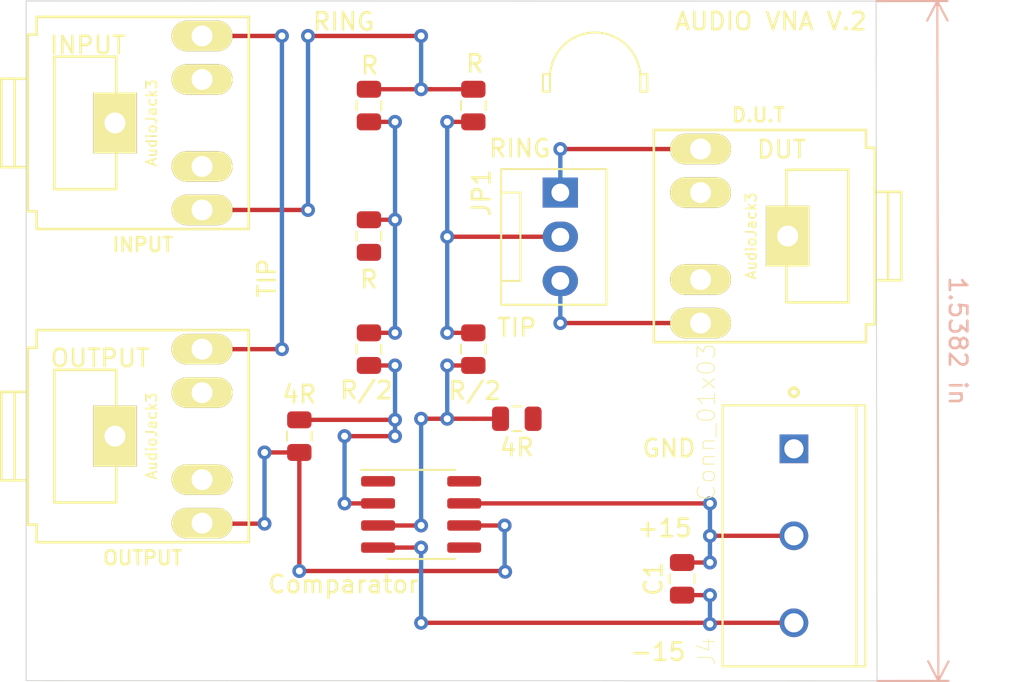
<source format=kicad_pcb>
(kicad_pcb (version 20171130) (host pcbnew 5.1.2-f72e74a~84~ubuntu18.04.1)

  (general
    (thickness 1.6)
    (drawings 28)
    (tracks 102)
    (zones 0)
    (modules 14)
    (nets 16)
  )

  (page A4)
  (title_block
    (title "AudioVNA PCB")
    (date 2019-05-16)
    (rev "CAT V.2")
    (company "Walla Walla University ")
    (comment 1 "Christian Angelo Cudiamat Terrado")
  )

  (layers
    (0 F.Cu signal)
    (31 B.Cu signal)
    (32 B.Adhes user)
    (33 F.Adhes user)
    (34 B.Paste user)
    (35 F.Paste user)
    (36 B.SilkS user)
    (37 F.SilkS user)
    (38 B.Mask user)
    (39 F.Mask user)
    (40 Dwgs.User user)
    (41 Cmts.User user)
    (42 Eco1.User user)
    (43 Eco2.User user)
    (44 Edge.Cuts user)
    (45 Margin user)
    (46 B.CrtYd user)
    (47 F.CrtYd user)
    (48 B.Fab user)
    (49 F.Fab user)
  )

  (setup
    (last_trace_width 0.25)
    (trace_clearance 0.2)
    (zone_clearance 0.508)
    (zone_45_only no)
    (trace_min 0.2)
    (via_size 0.8)
    (via_drill 0.4)
    (via_min_size 0.4)
    (via_min_drill 0.3)
    (uvia_size 0.3)
    (uvia_drill 0.1)
    (uvias_allowed no)
    (uvia_min_size 0.2)
    (uvia_min_drill 0.1)
    (edge_width 0.05)
    (segment_width 0.2)
    (pcb_text_width 0.3)
    (pcb_text_size 1.5 1.5)
    (mod_edge_width 0.12)
    (mod_text_size 1 1)
    (mod_text_width 0.15)
    (pad_size 0.975 1.4)
    (pad_drill 0)
    (pad_to_mask_clearance 0.051)
    (solder_mask_min_width 0.25)
    (pad_to_paste_clearance -0.7)
    (aux_axis_origin 0 0)
    (visible_elements FFFFFF7F)
    (pcbplotparams
      (layerselection 0x010fc_ffffffff)
      (usegerberextensions false)
      (usegerberattributes false)
      (usegerberadvancedattributes false)
      (creategerberjobfile false)
      (excludeedgelayer true)
      (linewidth 0.100000)
      (plotframeref false)
      (viasonmask false)
      (mode 1)
      (useauxorigin false)
      (hpglpennumber 1)
      (hpglpenspeed 20)
      (hpglpendiameter 15.000000)
      (psnegative false)
      (psa4output false)
      (plotreference true)
      (plotvalue true)
      (plotinvisibletext false)
      (padsonsilk false)
      (subtractmaskfromsilk false)
      (outputformat 1)
      (mirror false)
      (drillshape 0)
      (scaleselection 1)
      (outputdirectory "GerbersDirectoryV2"))
  )

  (net 0 "")
  (net 1 -15V)
  (net 2 +15V)
  (net 3 GND)
  (net 4 "Net-(R1-Pad1)")
  (net 5 "Net-(R2-Pad2)")
  (net 6 "Net-(R6-Pad2)")
  (net 7 "Net-(J1-Pad3)")
  (net 8 "Net-(J1-Pad2)")
  (net 9 "Net-(J2-Pad3)")
  (net 10 "Net-(J3-Pad3)")
  (net 11 "Net-(J3-Pad2)")
  (net 12 "Net-(JP1-Pad2)")
  (net 13 "Net-(U1-Pad8)")
  (net 14 "Net-(U1-Pad5)")
  (net 15 "Net-(U1-Pad1)")

  (net_class Default "This is the default net class."
    (clearance 0.2)
    (trace_width 0.25)
    (via_dia 0.8)
    (via_drill 0.4)
    (uvia_dia 0.3)
    (uvia_drill 0.1)
    (add_net +15V)
    (add_net -15V)
    (add_net GND)
    (add_net "Net-(J1-Pad2)")
    (add_net "Net-(J1-Pad3)")
    (add_net "Net-(J2-Pad3)")
    (add_net "Net-(J3-Pad2)")
    (add_net "Net-(J3-Pad3)")
    (add_net "Net-(JP1-Pad2)")
    (add_net "Net-(R1-Pad1)")
    (add_net "Net-(R2-Pad2)")
    (add_net "Net-(R6-Pad2)")
    (add_net "Net-(U1-Pad1)")
    (add_net "Net-(U1-Pad5)")
    (add_net "Net-(U1-Pad8)")
  )

  (module 3.5mmStereo:Tayda_3.5mm_stereo_TRS_jack_A-853 (layer F.Cu) (tedit 56D1364A) (tstamp 5CDE3A7F)
    (at 34 32 90)
    (path /5CE92B9C)
    (fp_text reference INPUT (at -7 0 180) (layer F.SilkS)
      (effects (font (size 0.8 0.8) (thickness 0.15)))
    )
    (fp_text value AudioJack3 (at 0 0.508 90) (layer F.SilkS)
      (effects (font (size 0.6 0.6) (thickness 0.1)))
    )
    (fp_line (start 6.096 6.096) (end -6.096 6.096) (layer F.SilkS) (width 0.15))
    (fp_line (start 6.096 -6.096) (end 6.096 6.096) (layer F.SilkS) (width 0.15))
    (fp_line (start -6.096 6.096) (end -6.096 -6.096) (layer F.SilkS) (width 0.15))
    (fp_line (start -2.54 -8.128) (end 2.54 -8.128) (layer F.SilkS) (width 0.15))
    (fp_line (start 5.08 -6.604) (end 5.08 -6.096) (layer F.SilkS) (width 0.15))
    (fp_line (start -5.08 -6.604) (end 5.08 -6.604) (layer F.SilkS) (width 0.15))
    (fp_line (start -5.08 -6.35) (end -5.08 -6.604) (layer F.SilkS) (width 0.15))
    (fp_line (start -5.08 -6.096) (end -5.08 -6.35) (layer F.SilkS) (width 0.15))
    (fp_line (start -2.54 -7.366) (end 2.54 -7.366) (layer F.SilkS) (width 0.15))
    (fp_line (start 2.54 -6.604) (end 2.54 -8.128) (layer F.SilkS) (width 0.15))
    (fp_line (start -2.54 -8.128) (end -2.54 -6.604) (layer F.SilkS) (width 0.15))
    (fp_line (start 6.096 -6.096) (end 5.08 -6.096) (layer F.SilkS) (width 0.15))
    (fp_line (start -5.08 -6.096) (end -6.096 -6.096) (layer F.SilkS) (width 0.15))
    (fp_line (start 3.81 -1.524) (end 1.778 -1.524) (layer F.SilkS) (width 0.15))
    (fp_line (start 3.81 -5.08) (end 3.81 -1.524) (layer F.SilkS) (width 0.15))
    (fp_line (start -3.81 -5.08) (end 3.81 -5.08) (layer F.SilkS) (width 0.15))
    (fp_line (start -3.81 -1.524) (end -3.81 -5.08) (layer F.SilkS) (width 0.15))
    (fp_line (start -1.778 -1.524) (end -3.81 -1.524) (layer F.SilkS) (width 0.15))
    (pad 5 thru_hole oval (at -2.5 3.41 90) (size 1.75 3.5) (drill 1.2) (layers *.Cu *.Mask F.SilkS))
    (pad 4 thru_hole oval (at 2.5 3.41 90) (size 1.75 3.5) (drill 1.2) (layers *.Cu *.Mask F.SilkS))
    (pad 3 thru_hole oval (at -5 3.41 90) (size 1.75 3.5) (drill 1.2) (layers *.Cu *.Mask F.SilkS)
      (net 9 "Net-(J2-Pad3)"))
    (pad 2 thru_hole oval (at 5 3.41 90) (size 1.75 3.5) (drill 1.2) (layers *.Cu *.Mask F.SilkS)
      (net 8 "Net-(J1-Pad2)"))
    (pad 1 thru_hole rect (at 0 -1.596 90) (size 3.5 2.5) (drill 1.2) (layers *.Cu *.Mask F.SilkS)
      (net 3 GND))
  )

  (module Package_SO:SOIC-8_3.9x4.9mm_P1.27mm (layer F.Cu) (tedit 5C97300E) (tstamp 5CDE3B86)
    (at 50 54.5)
    (descr "SOIC, 8 Pin (JEDEC MS-012AA, https://www.analog.com/media/en/package-pcb-resources/package/pkg_pdf/soic_narrow-r/r_8.pdf), generated with kicad-footprint-generator ipc_gullwing_generator.py")
    (tags "SOIC SO")
    (path /5CE42D31)
    (attr smd)
    (fp_text reference Comparator (at -4.46 4.01) (layer F.SilkS)
      (effects (font (size 1 1) (thickness 0.15)))
    )
    (fp_text value TL071 (at 0 4.174) (layer F.Fab)
      (effects (font (size 1 1) (thickness 0.15)))
    )
    (fp_text user %R (at 0 0) (layer F.Fab)
      (effects (font (size 0.98 0.98) (thickness 0.15)))
    )
    (fp_line (start 3.7 -2.7) (end -3.7 -2.7) (layer F.CrtYd) (width 0.05))
    (fp_line (start 3.7 2.7) (end 3.7 -2.7) (layer F.CrtYd) (width 0.05))
    (fp_line (start -3.7 2.7) (end 3.7 2.7) (layer F.CrtYd) (width 0.05))
    (fp_line (start -3.7 -2.7) (end -3.7 2.7) (layer F.CrtYd) (width 0.05))
    (fp_line (start -1.95 -1.475) (end -0.975 -2.45) (layer F.Fab) (width 0.1))
    (fp_line (start -1.95 2.45) (end -1.95 -1.475) (layer F.Fab) (width 0.1))
    (fp_line (start 1.95 2.45) (end -1.95 2.45) (layer F.Fab) (width 0.1))
    (fp_line (start 1.95 -2.45) (end 1.95 2.45) (layer F.Fab) (width 0.1))
    (fp_line (start -0.975 -2.45) (end 1.95 -2.45) (layer F.Fab) (width 0.1))
    (fp_line (start 0 -2.56) (end -3.45 -2.56) (layer F.SilkS) (width 0.12))
    (fp_line (start 0 -2.56) (end 1.95 -2.56) (layer F.SilkS) (width 0.12))
    (fp_line (start 0 2.56) (end -1.95 2.56) (layer F.SilkS) (width 0.12))
    (fp_line (start 0 2.56) (end 1.95 2.56) (layer F.SilkS) (width 0.12))
    (pad 8 smd roundrect (at 2.475 -1.905) (size 1.95 0.6) (layers F.Cu F.Paste F.Mask) (roundrect_rratio 0.25)
      (net 13 "Net-(U1-Pad8)"))
    (pad 7 smd roundrect (at 2.475 -0.635) (size 1.95 0.6) (layers F.Cu F.Paste F.Mask) (roundrect_rratio 0.25)
      (net 2 +15V))
    (pad 6 smd roundrect (at 2.475 0.635) (size 1.95 0.6) (layers F.Cu F.Paste F.Mask) (roundrect_rratio 0.25)
      (net 7 "Net-(J1-Pad3)"))
    (pad 5 smd roundrect (at 2.475 1.905) (size 1.95 0.6) (layers F.Cu F.Paste F.Mask) (roundrect_rratio 0.25)
      (net 14 "Net-(U1-Pad5)"))
    (pad 4 smd roundrect (at -2.475 1.905) (size 1.95 0.6) (layers F.Cu F.Paste F.Mask) (roundrect_rratio 0.25)
      (net 1 -15V))
    (pad 3 smd roundrect (at -2.475 0.635) (size 1.95 0.6) (layers F.Cu F.Paste F.Mask) (roundrect_rratio 0.25)
      (net 6 "Net-(R6-Pad2)"))
    (pad 2 smd roundrect (at -2.475 -0.635) (size 1.95 0.6) (layers F.Cu F.Paste F.Mask) (roundrect_rratio 0.25)
      (net 4 "Net-(R1-Pad1)"))
    (pad 1 smd roundrect (at -2.475 -1.905) (size 1.95 0.6) (layers F.Cu F.Paste F.Mask) (roundrect_rratio 0.25)
      (net 15 "Net-(U1-Pad1)"))
    (model ${KISYS3DMOD}/Package_SO.3dshapes/SOIC-8_3.9x4.9mm_P1.27mm.wrl
      (at (xyz 0 0 0))
      (scale (xyz 1 1 1))
      (rotate (xyz 0 0 0))
    )
  )

  (module Connector:FanPinHeader_1x03_P2.54mm_Vertical (layer F.Cu) (tedit 5A19DCDF) (tstamp 5CDD643E)
    (at 58 36 270)
    (descr "3-pin CPU fan Through hole pin header, see http://www.formfactors.org/developer%5Cspecs%5Crev1_2_public.pdf")
    (tags "pin header 3-pin CPU fan")
    (path /5CDBD759)
    (fp_text reference JP1 (at 0.02 4.53 90) (layer F.SilkS)
      (effects (font (size 1 1) (thickness 0.15)))
    )
    (fp_text value Jumper_3_Bridged12 (at 10.1264 -5.0428 180) (layer F.Fab)
      (effects (font (size 1 1) (thickness 0.15)))
    )
    (fp_line (start 6.85 -3.05) (end 6.85 3.8) (layer F.CrtYd) (width 0.05))
    (fp_line (start 6.85 -3.05) (end -1.75 -3.05) (layer F.CrtYd) (width 0.05))
    (fp_line (start -1.75 3.8) (end 6.85 3.8) (layer F.CrtYd) (width 0.05))
    (fp_line (start -1.75 3.8) (end -1.75 -3.05) (layer F.CrtYd) (width 0.05))
    (fp_line (start 5.08 2.29) (end 5.08 3.3) (layer F.SilkS) (width 0.12))
    (fp_line (start 0 2.29) (end 5.08 2.29) (layer F.SilkS) (width 0.12))
    (fp_line (start 0 3.3) (end 0 2.29) (layer F.SilkS) (width 0.12))
    (fp_line (start 6.35 3.3) (end -1.25 3.3) (layer F.Fab) (width 0.1))
    (fp_line (start 6.35 -2.55) (end 6.35 3.3) (layer F.Fab) (width 0.1))
    (fp_line (start -1.25 -2.55) (end 6.35 -2.55) (layer F.Fab) (width 0.1))
    (fp_line (start -1.25 3.3) (end -1.25 -2.55) (layer F.Fab) (width 0.1))
    (fp_line (start 0 2.3) (end 0 3.3) (layer F.Fab) (width 0.1))
    (fp_line (start 5.05 2.3) (end 0 2.3) (layer F.Fab) (width 0.1))
    (fp_line (start 5.05 3.3) (end 5.05 2.3) (layer F.Fab) (width 0.1))
    (fp_line (start 6.45 3.4) (end -1.35 3.4) (layer F.SilkS) (width 0.12))
    (fp_line (start 6.45 -2.65) (end 6.45 3.4) (layer F.SilkS) (width 0.12))
    (fp_line (start -1.35 -2.65) (end 6.45 -2.65) (layer F.SilkS) (width 0.12))
    (fp_line (start -1.35 3.4) (end -1.35 -2.65) (layer F.SilkS) (width 0.12))
    (fp_text user %R (at 2.45 1.8 90) (layer F.Fab)
      (effects (font (size 1 1) (thickness 0.15)))
    )
    (pad 3 thru_hole oval (at 5.08 0) (size 2.03 1.73) (drill 1.02) (layers *.Cu *.Mask)
      (net 11 "Net-(J3-Pad2)"))
    (pad 2 thru_hole oval (at 2.54 0) (size 2.03 1.73) (drill 1.02) (layers *.Cu *.Mask)
      (net 12 "Net-(JP1-Pad2)"))
    (pad 1 thru_hole rect (at 0 0) (size 2.03 1.73) (drill 1.02) (layers *.Cu *.Mask)
      (net 10 "Net-(J3-Pad3)"))
    (model ${KISYS3DMOD}/Connector.3dshapes/FanPinHeader_1x03_P2.54mm_Vertical.wrl
      (at (xyz 0 0 0))
      (scale (xyz 1 1 1))
      (rotate (xyz 0 0 0))
    )
  )

  (module 282836-3:TE_282836-3 (layer F.Cu) (tedit 0) (tstamp 5CDE3AB3)
    (at 71.4248 55.7276 270)
    (path /5CE0CC52)
    (fp_text reference J4 (at 6.6548 5.0292 90) (layer F.SilkS)
      (effects (font (size 1.00159 1.00159) (thickness 0.05)))
    )
    (fp_text value Conn_01x03 (at -6.5276 5.0248 90) (layer F.SilkS)
      (effects (font (size 1.00166 1.00166) (thickness 0.05)))
    )
    (fp_circle (center -8.25 0) (end -8 0) (layer Eco2.User) (width 0.2032))
    (fp_line (start -7.5 -3.6) (end 7.5 -3.6) (layer Eco2.User) (width 0.127))
    (fp_line (start -7.5 4.1) (end -7.5 -4.1) (layer Eco2.User) (width 0.127))
    (fp_line (start 7.5 4.1) (end -7.5 4.1) (layer Eco2.User) (width 0.127))
    (fp_line (start 7.5 -3.6) (end 7.5 4.1) (layer Eco2.User) (width 0.127))
    (fp_line (start 7.5 -4.1) (end 7.5 -3.6) (layer Eco2.User) (width 0.127))
    (fp_line (start -7.5 -4.1) (end 7.5 -4.1) (layer Eco2.User) (width 0.127))
    (fp_circle (center -8.25 0) (end -8 0) (layer F.SilkS) (width 0.2032))
    (fp_line (start -7.75 4.35) (end -7.75 -4.35) (layer Eco1.User) (width 0.05))
    (fp_line (start 7.75 4.35) (end -7.75 4.35) (layer Eco1.User) (width 0.05))
    (fp_line (start 7.75 -4.35) (end 7.75 4.35) (layer Eco1.User) (width 0.05))
    (fp_line (start -7.75 -4.35) (end 7.75 -4.35) (layer Eco1.User) (width 0.05))
    (fp_line (start -7.5 -3.6) (end 7.5 -3.6) (layer F.SilkS) (width 0.127))
    (fp_line (start -7.5 4.1) (end -7.5 -4.1) (layer F.SilkS) (width 0.127))
    (fp_line (start 7.5 4.1) (end -7.5 4.1) (layer F.SilkS) (width 0.127))
    (fp_line (start 7.5 -3.6) (end 7.5 4.1) (layer F.SilkS) (width 0.127))
    (fp_line (start 7.5 -4.1) (end 7.5 -3.6) (layer F.SilkS) (width 0.127))
    (fp_line (start -7.5 -4.1) (end 7.5 -4.1) (layer F.SilkS) (width 0.127))
    (pad 3 thru_hole circle (at 5 0 270) (size 1.65 1.65) (drill 1.1) (layers *.Cu *.Mask)
      (net 1 -15V))
    (pad 2 thru_hole circle (at 0 0 270) (size 1.65 1.65) (drill 1.1) (layers *.Cu *.Mask)
      (net 2 +15V))
    (pad 1 thru_hole rect (at -5 0 270) (size 1.65 1.65) (drill 1.1) (layers *.Cu *.Mask)
      (net 3 GND))
  )

  (module 3.5mmStereo:Tayda_3.5mm_stereo_TRS_jack_A-853 (layer F.Cu) (tedit 56D1364A) (tstamp 5CEF4100)
    (at 69.47 38.5 270)
    (path /5CE96ECF)
    (fp_text reference D.U.T (at -6.9532 0.0884 180) (layer F.SilkS)
      (effects (font (size 0.8 0.8) (thickness 0.15)))
    )
    (fp_text value AudioJack3 (at 0 0.508 90) (layer F.SilkS)
      (effects (font (size 0.6 0.6) (thickness 0.1)))
    )
    (fp_line (start 6.096 6.096) (end -6.096 6.096) (layer F.SilkS) (width 0.15))
    (fp_line (start 6.096 -6.096) (end 6.096 6.096) (layer F.SilkS) (width 0.15))
    (fp_line (start -6.096 6.096) (end -6.096 -6.096) (layer F.SilkS) (width 0.15))
    (fp_line (start -2.54 -8.128) (end 2.54 -8.128) (layer F.SilkS) (width 0.15))
    (fp_line (start 5.08 -6.604) (end 5.08 -6.096) (layer F.SilkS) (width 0.15))
    (fp_line (start -5.08 -6.604) (end 5.08 -6.604) (layer F.SilkS) (width 0.15))
    (fp_line (start -5.08 -6.35) (end -5.08 -6.604) (layer F.SilkS) (width 0.15))
    (fp_line (start -5.08 -6.096) (end -5.08 -6.35) (layer F.SilkS) (width 0.15))
    (fp_line (start -2.54 -7.366) (end 2.54 -7.366) (layer F.SilkS) (width 0.15))
    (fp_line (start 2.54 -6.604) (end 2.54 -8.128) (layer F.SilkS) (width 0.15))
    (fp_line (start -2.54 -8.128) (end -2.54 -6.604) (layer F.SilkS) (width 0.15))
    (fp_line (start 6.096 -6.096) (end 5.08 -6.096) (layer F.SilkS) (width 0.15))
    (fp_line (start -5.08 -6.096) (end -6.096 -6.096) (layer F.SilkS) (width 0.15))
    (fp_line (start 3.81 -1.524) (end 1.778 -1.524) (layer F.SilkS) (width 0.15))
    (fp_line (start 3.81 -5.08) (end 3.81 -1.524) (layer F.SilkS) (width 0.15))
    (fp_line (start -3.81 -5.08) (end 3.81 -5.08) (layer F.SilkS) (width 0.15))
    (fp_line (start -3.81 -1.524) (end -3.81 -5.08) (layer F.SilkS) (width 0.15))
    (fp_line (start -1.778 -1.524) (end -3.81 -1.524) (layer F.SilkS) (width 0.15))
    (pad 5 thru_hole oval (at -2.5 3.41 270) (size 1.75 3.5) (drill 1.2) (layers *.Cu *.Mask F.SilkS))
    (pad 4 thru_hole oval (at 2.5 3.41 270) (size 1.75 3.5) (drill 1.2) (layers *.Cu *.Mask F.SilkS))
    (pad 3 thru_hole oval (at -5 3.41 270) (size 1.75 3.5) (drill 1.2) (layers *.Cu *.Mask F.SilkS)
      (net 10 "Net-(J3-Pad3)"))
    (pad 2 thru_hole oval (at 5 3.41 270) (size 1.75 3.5) (drill 1.2) (layers *.Cu *.Mask F.SilkS)
      (net 11 "Net-(J3-Pad2)"))
    (pad 1 thru_hole rect (at 0 -1.596 270) (size 3.5 2.5) (drill 1.2) (layers *.Cu *.Mask F.SilkS)
      (net 3 GND))
  )

  (module 3.5mmStereo:Tayda_3.5mm_stereo_TRS_jack_A-853 (layer F.Cu) (tedit 56D1364A) (tstamp 5CDEDDBE)
    (at 34 50 90)
    (path /5CE96984)
    (fp_text reference OUTPUT (at -7 0 180) (layer F.SilkS)
      (effects (font (size 0.8 0.8) (thickness 0.15)))
    )
    (fp_text value AudioJack3 (at 0 0.508 90) (layer F.SilkS)
      (effects (font (size 0.6 0.6) (thickness 0.1)))
    )
    (fp_line (start 6.096 6.096) (end -6.096 6.096) (layer F.SilkS) (width 0.15))
    (fp_line (start 6.096 -6.096) (end 6.096 6.096) (layer F.SilkS) (width 0.15))
    (fp_line (start -6.096 6.096) (end -6.096 -6.096) (layer F.SilkS) (width 0.15))
    (fp_line (start -2.54 -8.128) (end 2.54 -8.128) (layer F.SilkS) (width 0.15))
    (fp_line (start 5.08 -6.604) (end 5.08 -6.096) (layer F.SilkS) (width 0.15))
    (fp_line (start -5.08 -6.604) (end 5.08 -6.604) (layer F.SilkS) (width 0.15))
    (fp_line (start -5.08 -6.35) (end -5.08 -6.604) (layer F.SilkS) (width 0.15))
    (fp_line (start -5.08 -6.096) (end -5.08 -6.35) (layer F.SilkS) (width 0.15))
    (fp_line (start -2.54 -7.366) (end 2.54 -7.366) (layer F.SilkS) (width 0.15))
    (fp_line (start 2.54 -6.604) (end 2.54 -8.128) (layer F.SilkS) (width 0.15))
    (fp_line (start -2.54 -8.128) (end -2.54 -6.604) (layer F.SilkS) (width 0.15))
    (fp_line (start 6.096 -6.096) (end 5.08 -6.096) (layer F.SilkS) (width 0.15))
    (fp_line (start -5.08 -6.096) (end -6.096 -6.096) (layer F.SilkS) (width 0.15))
    (fp_line (start 3.81 -1.524) (end 1.778 -1.524) (layer F.SilkS) (width 0.15))
    (fp_line (start 3.81 -5.08) (end 3.81 -1.524) (layer F.SilkS) (width 0.15))
    (fp_line (start -3.81 -5.08) (end 3.81 -5.08) (layer F.SilkS) (width 0.15))
    (fp_line (start -3.81 -1.524) (end -3.81 -5.08) (layer F.SilkS) (width 0.15))
    (fp_line (start -1.778 -1.524) (end -3.81 -1.524) (layer F.SilkS) (width 0.15))
    (pad 5 thru_hole oval (at -2.5 3.41 90) (size 1.75 3.5) (drill 1.2) (layers *.Cu *.Mask F.SilkS))
    (pad 4 thru_hole oval (at 2.5 3.41 90) (size 1.75 3.5) (drill 1.2) (layers *.Cu *.Mask F.SilkS))
    (pad 3 thru_hole oval (at -5 3.41 90) (size 1.75 3.5) (drill 1.2) (layers *.Cu *.Mask F.SilkS)
      (net 7 "Net-(J1-Pad3)"))
    (pad 2 thru_hole oval (at 5 3.41 90) (size 1.75 3.5) (drill 1.2) (layers *.Cu *.Mask F.SilkS)
      (net 8 "Net-(J1-Pad2)"))
    (pad 1 thru_hole rect (at 0 -1.596 90) (size 3.5 2.5) (drill 1.2) (layers *.Cu *.Mask F.SilkS)
      (net 3 GND))
  )

  (module Resistor_SMD:R_0805_2012Metric (layer F.Cu) (tedit 5B36C52B) (tstamp 5CDD752B)
    (at 55.5 49 180)
    (descr "Resistor SMD 0805 (2012 Metric), square (rectangular) end terminal, IPC_7351 nominal, (Body size source: https://docs.google.com/spreadsheets/d/1BsfQQcO9C6DZCsRaXUlFlo91Tg2WpOkGARC1WS5S8t0/edit?usp=sharing), generated with kicad-footprint-generator")
    (tags resistor)
    (path /5CD9228E)
    (attr smd)
    (fp_text reference 4R (at 0 -1.65) (layer F.SilkS)
      (effects (font (size 1 1) (thickness 0.15)))
    )
    (fp_text value 4R (at 0 1.65) (layer F.Fab)
      (effects (font (size 1 1) (thickness 0.15)))
    )
    (fp_text user %R (at 0.1768 0.1744) (layer F.Fab)
      (effects (font (size 0.5 0.5) (thickness 0.08)))
    )
    (fp_line (start 1.68 0.95) (end -1.68 0.95) (layer F.CrtYd) (width 0.05))
    (fp_line (start 1.68 -0.95) (end 1.68 0.95) (layer F.CrtYd) (width 0.05))
    (fp_line (start -1.68 -0.95) (end 1.68 -0.95) (layer F.CrtYd) (width 0.05))
    (fp_line (start -1.68 0.95) (end -1.68 -0.95) (layer F.CrtYd) (width 0.05))
    (fp_line (start -0.258578 0.71) (end 0.258578 0.71) (layer F.SilkS) (width 0.12))
    (fp_line (start -0.258578 -0.71) (end 0.258578 -0.71) (layer F.SilkS) (width 0.12))
    (fp_line (start 1 0.6) (end -1 0.6) (layer F.Fab) (width 0.1))
    (fp_line (start 1 -0.6) (end 1 0.6) (layer F.Fab) (width 0.1))
    (fp_line (start -1 -0.6) (end 1 -0.6) (layer F.Fab) (width 0.1))
    (fp_line (start -1 0.6) (end -1 -0.6) (layer F.Fab) (width 0.1))
    (pad 2 smd roundrect (at 0.9375 0 180) (size 0.975 1.4) (layers F.Cu F.Paste F.Mask) (roundrect_rratio 0.25)
      (net 6 "Net-(R6-Pad2)"))
    (pad 1 smd roundrect (at -0.9375 0 180) (size 0.975 1.4) (layers F.Cu F.Paste F.Mask) (roundrect_rratio 0.25)
      (net 3 GND))
    (model ${KISYS3DMOD}/Resistor_SMD.3dshapes/R_0805_2012Metric.wrl
      (at (xyz 0 0 0))
      (scale (xyz 1 1 1))
      (rotate (xyz 0 0 0))
    )
  )

  (module Resistor_SMD:R_0805_2012Metric (layer F.Cu) (tedit 5B36C52B) (tstamp 5CDD5ACF)
    (at 53 31 270)
    (descr "Resistor SMD 0805 (2012 Metric), square (rectangular) end terminal, IPC_7351 nominal, (Body size source: https://docs.google.com/spreadsheets/d/1BsfQQcO9C6DZCsRaXUlFlo91Tg2WpOkGARC1WS5S8t0/edit?usp=sharing), generated with kicad-footprint-generator")
    (tags resistor)
    (path /5CD4C0CF)
    (attr smd)
    (fp_text reference R (at -2.3996 -0.086 180) (layer F.SilkS)
      (effects (font (size 1 1) (thickness 0.15)))
    )
    (fp_text value R (at 0 1.65 90) (layer F.Fab)
      (effects (font (size 1 1) (thickness 0.15)))
    )
    (fp_text user %R (at 0 0 90) (layer F.Fab)
      (effects (font (size 0.5 0.5) (thickness 0.08)))
    )
    (fp_line (start 1.68 0.95) (end -1.68 0.95) (layer F.CrtYd) (width 0.05))
    (fp_line (start 1.68 -0.95) (end 1.68 0.95) (layer F.CrtYd) (width 0.05))
    (fp_line (start -1.68 -0.95) (end 1.68 -0.95) (layer F.CrtYd) (width 0.05))
    (fp_line (start -1.68 0.95) (end -1.68 -0.95) (layer F.CrtYd) (width 0.05))
    (fp_line (start -0.258578 0.71) (end 0.258578 0.71) (layer F.SilkS) (width 0.12))
    (fp_line (start -0.258578 -0.71) (end 0.258578 -0.71) (layer F.SilkS) (width 0.12))
    (fp_line (start 1 0.6) (end -1 0.6) (layer F.Fab) (width 0.1))
    (fp_line (start 1 -0.6) (end 1 0.6) (layer F.Fab) (width 0.1))
    (fp_line (start -1 -0.6) (end 1 -0.6) (layer F.Fab) (width 0.1))
    (fp_line (start -1 0.6) (end -1 -0.6) (layer F.Fab) (width 0.1))
    (pad 2 smd roundrect (at 0.9375 0 270) (size 0.975 1.4) (layers F.Cu F.Paste F.Mask) (roundrect_rratio 0.25)
      (net 12 "Net-(JP1-Pad2)"))
    (pad 1 smd roundrect (at -0.9375 0 270) (size 0.975 1.4) (layers F.Cu F.Paste F.Mask) (roundrect_rratio 0.25)
      (net 9 "Net-(J2-Pad3)"))
    (model ${KISYS3DMOD}/Resistor_SMD.3dshapes/R_0805_2012Metric.wrl
      (at (xyz 0 0 0))
      (scale (xyz 1 1 1))
      (rotate (xyz 0 0 0))
    )
  )

  (module Resistor_SMD:R_0805_2012Metric (layer F.Cu) (tedit 5CDD0BC4) (tstamp 5CEF4340)
    (at 53 45 270)
    (descr "Resistor SMD 0805 (2012 Metric), square (rectangular) end terminal, IPC_7351 nominal, (Body size source: https://docs.google.com/spreadsheets/d/1BsfQQcO9C6DZCsRaXUlFlo91Tg2WpOkGARC1WS5S8t0/edit?usp=sharing), generated with kicad-footprint-generator")
    (tags resistor)
    (path /5CD5521B)
    (attr smd)
    (fp_text reference R/2 (at 2.4 -0.08 180) (layer F.SilkS)
      (effects (font (size 1 1) (thickness 0.15)))
    )
    (fp_text value R/2 (at 0 1.65 90) (layer F.Fab)
      (effects (font (size 1 1) (thickness 0.15)))
    )
    (fp_text user %R (at 0 0 90) (layer F.Fab)
      (effects (font (size 0.5 0.5) (thickness 0.08)))
    )
    (fp_line (start 1.68 0.95) (end -1.68 0.95) (layer F.CrtYd) (width 0.05))
    (fp_line (start 1.68 -0.95) (end 1.68 0.95) (layer F.CrtYd) (width 0.05))
    (fp_line (start -1.68 -0.95) (end 1.68 -0.95) (layer F.CrtYd) (width 0.05))
    (fp_line (start -1.68 0.95) (end -1.68 -0.95) (layer F.CrtYd) (width 0.05))
    (fp_line (start -0.258578 0.71) (end 0.258578 0.71) (layer F.SilkS) (width 0.12))
    (fp_line (start -0.258578 -0.71) (end 0.258578 -0.71) (layer F.SilkS) (width 0.12))
    (fp_line (start 1 0.6) (end -1 0.6) (layer F.Fab) (width 0.1))
    (fp_line (start 1 -0.6) (end 1 0.6) (layer F.Fab) (width 0.1))
    (fp_line (start -1 -0.6) (end 1 -0.6) (layer F.Fab) (width 0.1))
    (fp_line (start -1 0.6) (end -1 -0.6) (layer F.Fab) (width 0.1))
    (pad 2 smd roundrect (at 0.9375 0 270) (size 0.975 1.4) (layers F.Cu F.Paste F.Mask) (roundrect_rratio 0.25)
      (net 6 "Net-(R6-Pad2)"))
    (pad 1 smd roundrect (at -0.9375 0 270) (size 0.975 1.4) (layers F.Cu F.Paste F.Mask) (roundrect_rratio 0.25)
      (net 12 "Net-(JP1-Pad2)"))
    (model ${KISYS3DMOD}/Resistor_SMD.3dshapes/R_0805_2012Metric.wrl
      (at (xyz 0 0 0))
      (scale (xyz 1 1 1))
      (rotate (xyz 0 0 0))
    )
  )

  (module Resistor_SMD:R_0805_2012Metric (layer F.Cu) (tedit 5B36C52B) (tstamp 5CDD69CB)
    (at 47 45 270)
    (descr "Resistor SMD 0805 (2012 Metric), square (rectangular) end terminal, IPC_7351 nominal, (Body size source: https://docs.google.com/spreadsheets/d/1BsfQQcO9C6DZCsRaXUlFlo91Tg2WpOkGARC1WS5S8t0/edit?usp=sharing), generated with kicad-footprint-generator")
    (tags resistor)
    (path /5CD54F26)
    (attr smd)
    (fp_text reference R/2 (at 2.36 0.15 180) (layer F.SilkS)
      (effects (font (size 1 1) (thickness 0.15)))
    )
    (fp_text value R/2 (at 0 1.65 90) (layer F.Fab)
      (effects (font (size 1 1) (thickness 0.15)))
    )
    (fp_text user %R (at 0 0 90) (layer F.Fab)
      (effects (font (size 0.5 0.5) (thickness 0.08)))
    )
    (fp_line (start 1.68 0.95) (end -1.68 0.95) (layer F.CrtYd) (width 0.05))
    (fp_line (start 1.68 -0.95) (end 1.68 0.95) (layer F.CrtYd) (width 0.05))
    (fp_line (start -1.68 -0.95) (end 1.68 -0.95) (layer F.CrtYd) (width 0.05))
    (fp_line (start -1.68 0.95) (end -1.68 -0.95) (layer F.CrtYd) (width 0.05))
    (fp_line (start -0.258578 0.71) (end 0.258578 0.71) (layer F.SilkS) (width 0.12))
    (fp_line (start -0.258578 -0.71) (end 0.258578 -0.71) (layer F.SilkS) (width 0.12))
    (fp_line (start 1 0.6) (end -1 0.6) (layer F.Fab) (width 0.1))
    (fp_line (start 1 -0.6) (end 1 0.6) (layer F.Fab) (width 0.1))
    (fp_line (start -1 -0.6) (end 1 -0.6) (layer F.Fab) (width 0.1))
    (fp_line (start -1 0.6) (end -1 -0.6) (layer F.Fab) (width 0.1))
    (pad 2 smd roundrect (at 0.9375 0 270) (size 0.975 1.4) (layers F.Cu F.Paste F.Mask) (roundrect_rratio 0.25)
      (net 4 "Net-(R1-Pad1)"))
    (pad 1 smd roundrect (at -0.9375 0 270) (size 0.975 1.4) (layers F.Cu F.Paste F.Mask) (roundrect_rratio 0.25)
      (net 5 "Net-(R2-Pad2)"))
    (model ${KISYS3DMOD}/Resistor_SMD.3dshapes/R_0805_2012Metric.wrl
      (at (xyz 0 0 0))
      (scale (xyz 1 1 1))
      (rotate (xyz 0 0 0))
    )
  )

  (module Resistor_SMD:R_0805_2012Metric (layer F.Cu) (tedit 5CDE39A9) (tstamp 5CDD4A88)
    (at 47 38.5 270)
    (descr "Resistor SMD 0805 (2012 Metric), square (rectangular) end terminal, IPC_7351 nominal, (Body size source: https://docs.google.com/spreadsheets/d/1BsfQQcO9C6DZCsRaXUlFlo91Tg2WpOkGARC1WS5S8t0/edit?usp=sharing), generated with kicad-footprint-generator")
    (tags resistor)
    (path /5CD4CCBC)
    (attr smd)
    (fp_text reference R (at 2.5 0 180) (layer F.SilkS)
      (effects (font (size 1 1) (thickness 0.15)))
    )
    (fp_text value R (at 0 1.65 90) (layer F.Fab)
      (effects (font (size 1 1) (thickness 0.15)))
    )
    (fp_text user %R (at 0 0 90) (layer F.Fab)
      (effects (font (size 0.5 0.5) (thickness 0.08)))
    )
    (fp_line (start 1.68 0.95) (end -1.68 0.95) (layer F.CrtYd) (width 0.05))
    (fp_line (start 1.68 -0.95) (end 1.68 0.95) (layer F.CrtYd) (width 0.05))
    (fp_line (start -1.68 -0.95) (end 1.68 -0.95) (layer F.CrtYd) (width 0.05))
    (fp_line (start -1.68 0.95) (end -1.68 -0.95) (layer F.CrtYd) (width 0.05))
    (fp_line (start -0.258578 0.71) (end 0.258578 0.71) (layer F.SilkS) (width 0.12))
    (fp_line (start -0.258578 -0.71) (end 0.258578 -0.71) (layer F.SilkS) (width 0.12))
    (fp_line (start 1 0.6) (end -1 0.6) (layer F.Fab) (width 0.1))
    (fp_line (start 1 -0.6) (end 1 0.6) (layer F.Fab) (width 0.1))
    (fp_line (start -1 -0.6) (end 1 -0.6) (layer F.Fab) (width 0.1))
    (fp_line (start -1 0.6) (end -1 -0.6) (layer F.Fab) (width 0.1))
    (pad 2 smd roundrect (at 0.9375 0 270) (size 0.975 1.4) (layers F.Cu F.Paste F.Mask) (roundrect_rratio 0.25)
      (net 3 GND))
    (pad 1 smd roundrect (at -0.9375 0 270) (size 0.975 1.4) (layers F.Cu F.Paste F.Mask) (roundrect_rratio 0.25)
      (net 5 "Net-(R2-Pad2)"))
    (model ${KISYS3DMOD}/Resistor_SMD.3dshapes/R_0805_2012Metric.wrl
      (at (xyz 0 0 0))
      (scale (xyz 1 1 1))
      (rotate (xyz 0 0 0))
    )
  )

  (module Resistor_SMD:R_0805_2012Metric (layer F.Cu) (tedit 5B36C52B) (tstamp 5CDD59E7)
    (at 47 31 270)
    (descr "Resistor SMD 0805 (2012 Metric), square (rectangular) end terminal, IPC_7351 nominal, (Body size source: https://docs.google.com/spreadsheets/d/1BsfQQcO9C6DZCsRaXUlFlo91Tg2WpOkGARC1WS5S8t0/edit?usp=sharing), generated with kicad-footprint-generator")
    (tags resistor)
    (path /5CD4B4B1)
    (attr smd)
    (fp_text reference R (at -2.298 -0.0408 180) (layer F.SilkS)
      (effects (font (size 1 1) (thickness 0.15)))
    )
    (fp_text value R (at 0 1.65 90) (layer F.Fab)
      (effects (font (size 1 1) (thickness 0.15)))
    )
    (fp_text user %R (at 0 0 90) (layer F.Fab)
      (effects (font (size 0.5 0.5) (thickness 0.08)))
    )
    (fp_line (start 1.68 0.95) (end -1.68 0.95) (layer F.CrtYd) (width 0.05))
    (fp_line (start 1.68 -0.95) (end 1.68 0.95) (layer F.CrtYd) (width 0.05))
    (fp_line (start -1.68 -0.95) (end 1.68 -0.95) (layer F.CrtYd) (width 0.05))
    (fp_line (start -1.68 0.95) (end -1.68 -0.95) (layer F.CrtYd) (width 0.05))
    (fp_line (start -0.258578 0.71) (end 0.258578 0.71) (layer F.SilkS) (width 0.12))
    (fp_line (start -0.258578 -0.71) (end 0.258578 -0.71) (layer F.SilkS) (width 0.12))
    (fp_line (start 1 0.6) (end -1 0.6) (layer F.Fab) (width 0.1))
    (fp_line (start 1 -0.6) (end 1 0.6) (layer F.Fab) (width 0.1))
    (fp_line (start -1 -0.6) (end 1 -0.6) (layer F.Fab) (width 0.1))
    (fp_line (start -1 0.6) (end -1 -0.6) (layer F.Fab) (width 0.1))
    (pad 2 smd roundrect (at 0.9375 0 270) (size 0.975 1.4) (layers F.Cu F.Paste F.Mask) (roundrect_rratio 0.25)
      (net 5 "Net-(R2-Pad2)"))
    (pad 1 smd roundrect (at -0.9375 0 270) (size 0.975 1.4) (layers F.Cu F.Paste F.Mask) (roundrect_rratio 0.25)
      (net 9 "Net-(J2-Pad3)"))
    (model ${KISYS3DMOD}/Resistor_SMD.3dshapes/R_0805_2012Metric.wrl
      (at (xyz 0 0 0))
      (scale (xyz 1 1 1))
      (rotate (xyz 0 0 0))
    )
  )

  (module Resistor_SMD:R_0805_2012Metric (layer F.Cu) (tedit 5B36C52B) (tstamp 5CDD7410)
    (at 43 50 270)
    (descr "Resistor SMD 0805 (2012 Metric), square (rectangular) end terminal, IPC_7351 nominal, (Body size source: https://docs.google.com/spreadsheets/d/1BsfQQcO9C6DZCsRaXUlFlo91Tg2WpOkGARC1WS5S8t0/edit?usp=sharing), generated with kicad-footprint-generator")
    (tags resistor)
    (path /5CD5544F)
    (attr smd)
    (fp_text reference 4R (at -2.4 0 180) (layer F.SilkS)
      (effects (font (size 1 1) (thickness 0.15)))
    )
    (fp_text value 4R (at 0 1.65 90) (layer F.Fab)
      (effects (font (size 1 1) (thickness 0.15)))
    )
    (fp_text user %R (at 0 0 90) (layer F.Fab)
      (effects (font (size 0.5 0.5) (thickness 0.08)))
    )
    (fp_line (start 1.68 0.95) (end -1.68 0.95) (layer F.CrtYd) (width 0.05))
    (fp_line (start 1.68 -0.95) (end 1.68 0.95) (layer F.CrtYd) (width 0.05))
    (fp_line (start -1.68 -0.95) (end 1.68 -0.95) (layer F.CrtYd) (width 0.05))
    (fp_line (start -1.68 0.95) (end -1.68 -0.95) (layer F.CrtYd) (width 0.05))
    (fp_line (start -0.258578 0.71) (end 0.258578 0.71) (layer F.SilkS) (width 0.12))
    (fp_line (start -0.258578 -0.71) (end 0.258578 -0.71) (layer F.SilkS) (width 0.12))
    (fp_line (start 1 0.6) (end -1 0.6) (layer F.Fab) (width 0.1))
    (fp_line (start 1 -0.6) (end 1 0.6) (layer F.Fab) (width 0.1))
    (fp_line (start -1 -0.6) (end 1 -0.6) (layer F.Fab) (width 0.1))
    (fp_line (start -1 0.6) (end -1 -0.6) (layer F.Fab) (width 0.1))
    (pad 2 smd roundrect (at 0.9375 0 270) (size 0.975 1.4) (layers F.Cu F.Paste F.Mask) (roundrect_rratio 0.25)
      (net 7 "Net-(J1-Pad3)"))
    (pad 1 smd roundrect (at -0.9375 0 270) (size 0.975 1.4) (layers F.Cu F.Paste F.Mask) (roundrect_rratio 0.25)
      (net 4 "Net-(R1-Pad1)"))
    (model ${KISYS3DMOD}/Resistor_SMD.3dshapes/R_0805_2012Metric.wrl
      (at (xyz 0 0 0))
      (scale (xyz 1 1 1))
      (rotate (xyz 0 0 0))
    )
  )

  (module Capacitor_SMD:C_0805_2012Metric (layer F.Cu) (tedit 5B36C52B) (tstamp 5CDE5FA1)
    (at 65 58.2 270)
    (descr "Capacitor SMD 0805 (2012 Metric), square (rectangular) end terminal, IPC_7351 nominal, (Body size source: https://docs.google.com/spreadsheets/d/1BsfQQcO9C6DZCsRaXUlFlo91Tg2WpOkGARC1WS5S8t0/edit?usp=sharing), generated with kicad-footprint-generator")
    (tags capacitor)
    (path /5CDC54F0)
    (attr smd)
    (fp_text reference C1 (at 0 1.6476 90) (layer F.SilkS)
      (effects (font (size 1 1) (thickness 0.15)))
    )
    (fp_text value C (at 0 1.65 90) (layer F.Fab)
      (effects (font (size 1 1) (thickness 0.15)))
    )
    (fp_text user %R (at 0 0 90) (layer F.Fab)
      (effects (font (size 0.5 0.5) (thickness 0.08)))
    )
    (fp_line (start 1.68 0.95) (end -1.68 0.95) (layer F.CrtYd) (width 0.05))
    (fp_line (start 1.68 -0.95) (end 1.68 0.95) (layer F.CrtYd) (width 0.05))
    (fp_line (start -1.68 -0.95) (end 1.68 -0.95) (layer F.CrtYd) (width 0.05))
    (fp_line (start -1.68 0.95) (end -1.68 -0.95) (layer F.CrtYd) (width 0.05))
    (fp_line (start -0.258578 0.71) (end 0.258578 0.71) (layer F.SilkS) (width 0.12))
    (fp_line (start -0.258578 -0.71) (end 0.258578 -0.71) (layer F.SilkS) (width 0.12))
    (fp_line (start 1 0.6) (end -1 0.6) (layer F.Fab) (width 0.1))
    (fp_line (start 1 -0.6) (end 1 0.6) (layer F.Fab) (width 0.1))
    (fp_line (start -1 -0.6) (end 1 -0.6) (layer F.Fab) (width 0.1))
    (fp_line (start -1 0.6) (end -1 -0.6) (layer F.Fab) (width 0.1))
    (pad 2 smd roundrect (at 0.9375 0 270) (size 0.975 1.4) (layers F.Cu F.Paste F.Mask) (roundrect_rratio 0.25)
      (net 1 -15V))
    (pad 1 smd roundrect (at -0.9375 0 270) (size 0.975 1.4) (layers F.Cu F.Paste F.Mask) (roundrect_rratio 0.25)
      (net 2 +15V))
    (model ${KISYS3DMOD}/Capacitor_SMD.3dshapes/C_0805_2012Metric.wrl
      (at (xyz 0 0 0))
      (scale (xyz 1 1 1))
      (rotate (xyz 0 0 0))
    )
  )

  (gr_text RING (at 45.55 26.18) (layer F.SilkS)
    (effects (font (size 1 1) (thickness 0.15)))
  )
  (gr_text TIP (at 41.14 40.91 90) (layer F.SilkS)
    (effects (font (size 1 1) (thickness 0.15)))
  )
  (gr_text TIP (at 55.51 43.76) (layer F.SilkS)
    (effects (font (size 1 1) (thickness 0.15)))
  )
  (gr_text RING (at 55.67 33.47) (layer F.SilkS)
    (effects (font (size 1 1) (thickness 0.15)))
  )
  (gr_line (start 76.1492 25) (end 27.3 24.99) (layer Edge.Cuts) (width 0.05) (tstamp 5CEF3FFF))
  (gr_line (start 76.2 64.0588) (end 27.3 64.05) (layer Edge.Cuts) (width 0.05) (tstamp 5CEF3FE1))
  (gr_line (start 27.3 24.99) (end 27.3 64.05) (layer Edge.Cuts) (width 0.05))
  (dimension 39.070047 (width 0.12) (layer B.SilkS)
    (gr_text "1.538188976 in" (at 80.966938 44.52755 -89.9) (layer B.SilkS)
      (effects (font (size 1 1) (thickness 0.15)))
    )
    (feature1 (pts (xy 76.1492 25) (xy 80.25296 24.993614)))
    (feature2 (pts (xy 76.21 64.07) (xy 80.31376 64.063614)))
    (crossbar (pts (xy 79.72734 64.064526) (xy 79.66654 24.994526)))
    (arrow1a (pts (xy 79.66654 24.994526) (xy 80.254713 26.120116)))
    (arrow1b (pts (xy 79.66654 24.994526) (xy 79.081873 26.121941)))
    (arrow2a (pts (xy 79.72734 64.064526) (xy 80.312007 62.937111)))
    (arrow2b (pts (xy 79.72734 64.064526) (xy 79.139167 62.938936)))
  )
  (gr_text -15 (at 63.61 62.4) (layer F.SilkS)
    (effects (font (size 1 1) (thickness 0.15)))
  )
  (gr_text +15 (at 63.98 55.29) (layer F.SilkS) (tstamp 5CEC90A7)
    (effects (font (size 1 1) (thickness 0.15)))
  )
  (gr_text GND (at 64.25 50.7) (layer F.SilkS)
    (effects (font (size 1 1) (thickness 0.15)))
  )
  (gr_line (start 57 30.2) (end 57 30) (layer F.SilkS) (width 0.12) (tstamp 5CDE6CA3))
  (gr_line (start 57.4 30.2) (end 57 30.2) (layer F.SilkS) (width 0.12))
  (gr_line (start 57.4 30) (end 57.4 30.2) (layer F.SilkS) (width 0.12))
  (gr_line (start 57.4 29.2) (end 57 29.2) (layer F.SilkS) (width 0.12) (tstamp 5CDE6CA2))
  (gr_line (start 57.4 30) (end 57.404 29.464) (layer F.SilkS) (width 0.12) (tstamp 5CDE6CA1))
  (gr_line (start 57 29.2) (end 57 30) (layer F.SilkS) (width 0.12))
  (gr_line (start 63 29.2) (end 62.6 29.2) (layer F.SilkS) (width 0.12))
  (gr_line (start 63 30.2) (end 63 29.2) (layer F.SilkS) (width 0.12))
  (gr_line (start 62.6 30.2) (end 63 30.2) (layer F.SilkS) (width 0.12))
  (gr_line (start 62.6 29.4) (end 62.6 30.2) (layer F.SilkS) (width 0.12))
  (gr_arc (start 60 29.4) (end 60 26.8) (angle -90) (layer F.SilkS) (width 0.12))
  (gr_arc (start 60 29.4) (end 62.6 29.4) (angle -90) (layer F.SilkS) (width 0.12))
  (gr_text "AUDIO VNA V.2" (at 70.104 26.162) (layer F.SilkS)
    (effects (font (size 1 1) (thickness 0.15)))
  )
  (gr_text OUTPUT (at 31.5468 45.5168) (layer F.SilkS)
    (effects (font (size 1 1) (thickness 0.15)))
  )
  (gr_text INPUT (at 30.8356 27.5336) (layer F.SilkS)
    (effects (font (size 1 1) (thickness 0.15)))
  )
  (gr_text DUT (at 70.7136 33.528) (layer F.SilkS)
    (effects (font (size 1 1) (thickness 0.15)))
  )
  (gr_line (start 76.1492 25) (end 76.2 64.0588) (layer Edge.Cuts) (width 0.05))

  (via (at 50 60.7276) (size 0.8) (drill 0.4) (layers F.Cu B.Cu) (net 1) (tstamp 5CDE6AE1))
  (segment (start 71.4248 60.7276) (end 65.3 60.7276) (width 0.25) (layer F.Cu) (net 1))
  (via (at 66.6 60.8) (size 0.8) (drill 0.4) (layers F.Cu B.Cu) (net 1))
  (via (at 66.6 59.1375) (size 0.8) (drill 0.4) (layers F.Cu B.Cu) (net 1))
  (segment (start 65.3 60.7276) (end 50 60.7276) (width 0.25) (layer F.Cu) (net 1))
  (segment (start 50 60.7276) (end 50 56.405) (width 0.25) (layer B.Cu) (net 1))
  (via (at 50 56.405) (size 0.8) (drill 0.4) (layers F.Cu B.Cu) (net 1))
  (segment (start 66.6 59.1375) (end 66.6 60.8) (width 0.25) (layer B.Cu) (net 1))
  (segment (start 66.6 59.1375) (end 65 59.1375) (width 0.25) (layer F.Cu) (net 1))
  (segment (start 50 56.405) (end 47.525 56.405) (width 0.25) (layer F.Cu) (net 1))
  (via (at 66.6 55.7276) (size 0.8) (drill 0.4) (layers F.Cu B.Cu) (net 2))
  (segment (start 66.6 55.8) (end 66.6 57.2625) (width 0.25) (layer B.Cu) (net 2))
  (via (at 66.6 57.2625) (size 0.8) (drill 0.4) (layers F.Cu B.Cu) (net 2))
  (segment (start 52.475 53.865) (end 66.6 53.865) (width 0.25) (layer F.Cu) (net 2))
  (via (at 66.6 53.865) (size 0.8) (drill 0.4) (layers F.Cu B.Cu) (net 2))
  (segment (start 66.6 53.865) (end 66.6 55.7276) (width 0.25) (layer B.Cu) (net 2))
  (segment (start 66.6 57.2625) (end 65 57.2625) (width 0.25) (layer F.Cu) (net 2))
  (segment (start 71.4248 55.7276) (end 66.6 55.7276) (width 0.25) (layer F.Cu) (net 2))
  (via (at 48.5 50) (size 0.8) (drill 0.4) (layers F.Cu B.Cu) (net 4))
  (via (at 48.5 45.9375) (size 0.8) (drill 0.4) (layers F.Cu B.Cu) (net 4))
  (segment (start 48.5 45.9375) (end 48.5 49.0625) (width 0.25) (layer B.Cu) (net 4))
  (via (at 48.5 49.0625) (size 0.8) (drill 0.4) (layers F.Cu B.Cu) (net 4))
  (segment (start 47 53.865) (end 47.525 53.865) (width 0.25) (layer F.Cu) (net 4))
  (segment (start 48.5 49.0625) (end 48.5 50) (width 0.25) (layer B.Cu) (net 4))
  (segment (start 48.5 50) (end 45.6 50) (width 0.25) (layer F.Cu) (net 4))
  (via (at 45.6 50) (size 0.8) (drill 0.4) (layers F.Cu B.Cu) (net 4))
  (segment (start 45.6 50) (end 45.6 53.865) (width 0.25) (layer B.Cu) (net 4))
  (via (at 45.6 53.865) (size 0.8) (drill 0.4) (layers F.Cu B.Cu) (net 4))
  (segment (start 45.6 53.865) (end 47.525 53.865) (width 0.25) (layer F.Cu) (net 4))
  (segment (start 47.934315 49.0625) (end 43 49.0625) (width 0.25) (layer F.Cu) (net 4))
  (segment (start 48.5 49.0625) (end 47.934315 49.0625) (width 0.25) (layer F.Cu) (net 4))
  (segment (start 48.5 45.9375) (end 47 45.9375) (width 0.25) (layer F.Cu) (net 4))
  (via (at 48.5 37.5625) (size 0.8) (drill 0.4) (layers F.Cu B.Cu) (net 5))
  (via (at 48.5 31.9375) (size 0.8) (drill 0.4) (layers F.Cu B.Cu) (net 5))
  (segment (start 48.5 31.9375) (end 48.5 37.5625) (width 0.25) (layer B.Cu) (net 5) (tstamp 5CDEE6B4))
  (segment (start 48.5 37.5625) (end 48.5 44.0625) (width 0.25) (layer B.Cu) (net 5))
  (via (at 48.5 44.0625) (size 0.8) (drill 0.4) (layers F.Cu B.Cu) (net 5))
  (segment (start 47 31.9375) (end 48.5 31.9375) (width 0.25) (layer F.Cu) (net 5))
  (segment (start 47 37.5625) (end 48.5 37.5625) (width 0.25) (layer F.Cu) (net 5))
  (segment (start 47 44.0625) (end 48.5 44.0625) (width 0.25) (layer F.Cu) (net 5))
  (via (at 51.5 45.9375) (size 0.8) (drill 0.4) (layers F.Cu B.Cu) (net 6))
  (segment (start 51.5 45.9375) (end 51.5 49) (width 0.25) (layer B.Cu) (net 6))
  (via (at 51.5 49) (size 0.8) (drill 0.4) (layers F.Cu B.Cu) (net 6))
  (segment (start 53 49) (end 54.5625 49) (width 0.25) (layer F.Cu) (net 6))
  (segment (start 47.525 55.135) (end 49.8686 55.135) (width 0.25) (layer F.Cu) (net 6))
  (via (at 50 55.135) (size 0.8) (drill 0.4) (layers F.Cu B.Cu) (net 6))
  (segment (start 50 55.135) (end 50 49) (width 0.25) (layer B.Cu) (net 6))
  (via (at 50 49) (size 0.8) (drill 0.4) (layers F.Cu B.Cu) (net 6))
  (segment (start 50 49) (end 53 49) (width 0.25) (layer F.Cu) (net 6))
  (segment (start 53 45.9375) (end 51.5 45.9375) (width 0.25) (layer F.Cu) (net 6))
  (segment (start 43 50.9375) (end 41 50.9375) (width 0.25) (layer F.Cu) (net 7))
  (via (at 41 50.9375) (size 0.8) (drill 0.4) (layers F.Cu B.Cu) (net 7))
  (segment (start 41 50.9375) (end 41 55.0313) (width 0.25) (layer B.Cu) (net 7))
  (via (at 41 55.0313) (size 0.8) (drill 0.4) (layers F.Cu B.Cu) (net 7))
  (segment (start 37.4413 55.0313) (end 37.41 55) (width 0.25) (layer F.Cu) (net 7))
  (segment (start 41 55.0313) (end 37.4413 55.0313) (width 0.25) (layer F.Cu) (net 7))
  (segment (start 52.475 55.135) (end 54.8 55.135) (width 0.25) (layer F.Cu) (net 7))
  (via (at 54.8 55.135) (size 0.8) (drill 0.4) (layers F.Cu B.Cu) (net 7))
  (segment (start 54.8 55.135) (end 54.8 57.7934) (width 0.25) (layer B.Cu) (net 7))
  (via (at 54.8302 57.7934) (size 0.8) (drill 0.4) (layers F.Cu B.Cu) (net 7))
  (segment (start 54.8302 57.75) (end 43 57.75) (width 0.25) (layer F.Cu) (net 7))
  (via (at 43 57.75) (size 0.8) (drill 0.4) (layers F.Cu B.Cu) (net 7))
  (segment (start 43 57.7488) (end 43.0446 57.7934) (width 0.25) (layer F.Cu) (net 7))
  (segment (start 43 50.9375) (end 43 57.75) (width 0.25) (layer F.Cu) (net 7))
  (segment (start 37.41 27) (end 42 27) (width 0.25) (layer F.Cu) (net 8))
  (segment (start 42 27) (end 42 27) (width 0.25) (layer F.Cu) (net 8) (tstamp 5CDE3F5A))
  (via (at 42 27) (size 0.8) (drill 0.4) (layers F.Cu B.Cu) (net 8))
  (segment (start 42 27) (end 42 45) (width 0.25) (layer B.Cu) (net 8))
  (segment (start 42 45) (end 42 45) (width 0.25) (layer B.Cu) (net 8) (tstamp 5CDE3F78))
  (via (at 42 45) (size 0.8) (drill 0.4) (layers F.Cu B.Cu) (net 8))
  (segment (start 42 45) (end 37.41 45) (width 0.25) (layer F.Cu) (net 8))
  (segment (start 37.41 37) (end 43.5 37) (width 0.25) (layer F.Cu) (net 9))
  (segment (start 43.5 37) (end 43.5 37) (width 0.25) (layer F.Cu) (net 9) (tstamp 5CDE445A))
  (via (at 43.5 37) (size 0.8) (drill 0.4) (layers F.Cu B.Cu) (net 9))
  (segment (start 43.5 37) (end 43.5 27) (width 0.25) (layer B.Cu) (net 9))
  (via (at 43.5 27) (size 0.8) (drill 0.4) (layers F.Cu B.Cu) (net 9) (tstamp 5CDE4492))
  (segment (start 43.5 27) (end 50 27) (width 0.25) (layer F.Cu) (net 9))
  (segment (start 50 27) (end 50 27) (width 0.25) (layer F.Cu) (net 9) (tstamp 5CDE44D7))
  (via (at 50 27) (size 0.8) (drill 0.4) (layers F.Cu B.Cu) (net 9))
  (segment (start 50 27) (end 50 30.0625) (width 0.25) (layer B.Cu) (net 9))
  (segment (start 50 30.0625) (end 50 30.0625) (width 0.25) (layer B.Cu) (net 9) (tstamp 5CDE4592))
  (via (at 50 30.0625) (size 0.8) (drill 0.4) (layers F.Cu B.Cu) (net 9))
  (segment (start 49.434315 30.0625) (end 47 30.0625) (width 0.25) (layer F.Cu) (net 9))
  (segment (start 50 30.0625) (end 49.434315 30.0625) (width 0.25) (layer F.Cu) (net 9))
  (segment (start 50.565685 30.0625) (end 53 30.0625) (width 0.25) (layer F.Cu) (net 9))
  (segment (start 50 30.0625) (end 50.565685 30.0625) (width 0.25) (layer F.Cu) (net 9))
  (segment (start 66.06 33.5) (end 58 33.5) (width 0.25) (layer F.Cu) (net 10))
  (segment (start 58 33.5) (end 58 33.5) (width 0.25) (layer F.Cu) (net 10) (tstamp 5CDE4A70))
  (via (at 58 33.5) (size 0.8) (drill 0.4) (layers F.Cu B.Cu) (net 10))
  (segment (start 58 33.5) (end 58 36) (width 0.25) (layer B.Cu) (net 10))
  (segment (start 66.06 43.5) (end 58 43.5) (width 0.25) (layer F.Cu) (net 11))
  (segment (start 58 43.5) (end 58 43.5) (width 0.25) (layer F.Cu) (net 11) (tstamp 5CDE4A72))
  (via (at 58 43.5) (size 0.8) (drill 0.4) (layers F.Cu B.Cu) (net 11))
  (segment (start 58 41.08) (end 58 43.5) (width 0.25) (layer B.Cu) (net 11))
  (via (at 51.5 31.9375) (size 0.8) (drill 0.4) (layers F.Cu B.Cu) (net 12))
  (segment (start 51.5 31.9375) (end 51.5 38.54) (width 0.25) (layer B.Cu) (net 12))
  (via (at 51.5 38.54) (size 0.8) (drill 0.4) (layers F.Cu B.Cu) (net 12))
  (segment (start 51.5 38.54) (end 51.5 44.0625) (width 0.25) (layer B.Cu) (net 12))
  (via (at 51.5 44.0625) (size 0.8) (drill 0.4) (layers F.Cu B.Cu) (net 12))
  (segment (start 58 38.54) (end 51.5 38.54) (width 0.25) (layer F.Cu) (net 12))
  (segment (start 53 31.9375) (end 51.5 31.9375) (width 0.25) (layer F.Cu) (net 12))
  (segment (start 53 44.0625) (end 51.5 44.0625) (width 0.25) (layer F.Cu) (net 12))

)

</source>
